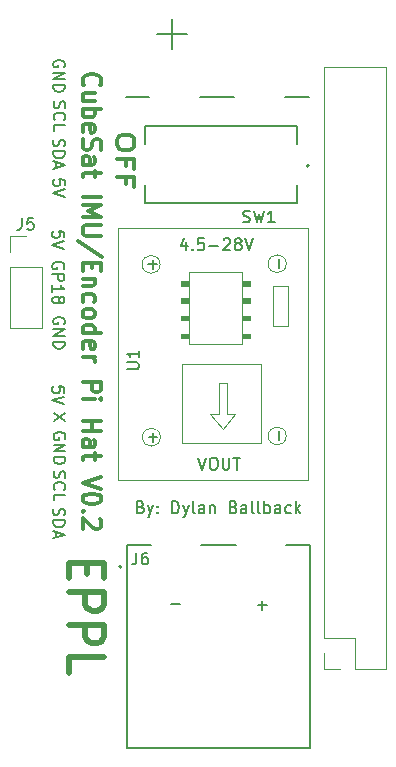
<source format=gbr>
%TF.GenerationSoftware,KiCad,Pcbnew,(6.0.5-0)*%
%TF.CreationDate,2024-03-03T23:29:24-05:00*%
%TF.ProjectId,CubeSat PCB V0.2,43756265-5361-4742-9050-43422056302e,rev?*%
%TF.SameCoordinates,Original*%
%TF.FileFunction,Legend,Top*%
%TF.FilePolarity,Positive*%
%FSLAX46Y46*%
G04 Gerber Fmt 4.6, Leading zero omitted, Abs format (unit mm)*
G04 Created by KiCad (PCBNEW (6.0.5-0)) date 2024-03-03 23:29:24*
%MOMM*%
%LPD*%
G01*
G04 APERTURE LIST*
%ADD10C,0.150000*%
%ADD11C,0.300000*%
%ADD12C,0.500000*%
%ADD13C,0.127000*%
%ADD14C,0.200000*%
%ADD15C,0.120000*%
%ADD16C,0.100000*%
G04 APERTURE END LIST*
D10*
X90245238Y-75585714D02*
X90197619Y-75728571D01*
X90197619Y-75966666D01*
X90245238Y-76061904D01*
X90292857Y-76109523D01*
X90388095Y-76157142D01*
X90483333Y-76157142D01*
X90578571Y-76109523D01*
X90626190Y-76061904D01*
X90673809Y-75966666D01*
X90721428Y-75776190D01*
X90769047Y-75680952D01*
X90816666Y-75633333D01*
X90911904Y-75585714D01*
X91007142Y-75585714D01*
X91102380Y-75633333D01*
X91150000Y-75680952D01*
X91197619Y-75776190D01*
X91197619Y-76014285D01*
X91150000Y-76157142D01*
X90197619Y-76585714D02*
X91197619Y-76585714D01*
X91197619Y-76823809D01*
X91150000Y-76966666D01*
X91054761Y-77061904D01*
X90959523Y-77109523D01*
X90769047Y-77157142D01*
X90626190Y-77157142D01*
X90435714Y-77109523D01*
X90340476Y-77061904D01*
X90245238Y-76966666D01*
X90197619Y-76823809D01*
X90197619Y-76585714D01*
X90483333Y-77538095D02*
X90483333Y-78014285D01*
X90197619Y-77442857D02*
X91197619Y-77776190D01*
X90197619Y-78109523D01*
D11*
X97096428Y-75660714D02*
X97096428Y-76003571D01*
X97025000Y-76175000D01*
X96882142Y-76346428D01*
X96596428Y-76432142D01*
X96096428Y-76432142D01*
X95810714Y-76346428D01*
X95667857Y-76175000D01*
X95596428Y-76003571D01*
X95596428Y-75660714D01*
X95667857Y-75489285D01*
X95810714Y-75317857D01*
X96096428Y-75232142D01*
X96596428Y-75232142D01*
X96882142Y-75317857D01*
X97025000Y-75489285D01*
X97096428Y-75660714D01*
X96382142Y-77803571D02*
X96382142Y-77203571D01*
X95596428Y-77203571D02*
X97096428Y-77203571D01*
X97096428Y-78060714D01*
X96382142Y-79346428D02*
X96382142Y-78746428D01*
X95596428Y-78746428D02*
X97096428Y-78746428D01*
X97096428Y-79603571D01*
D10*
X91197619Y-79459523D02*
X91197619Y-78983333D01*
X90721428Y-78935714D01*
X90769047Y-78983333D01*
X90816666Y-79078571D01*
X90816666Y-79316666D01*
X90769047Y-79411904D01*
X90721428Y-79459523D01*
X90626190Y-79507142D01*
X90388095Y-79507142D01*
X90292857Y-79459523D01*
X90245238Y-79411904D01*
X90197619Y-79316666D01*
X90197619Y-79078571D01*
X90245238Y-78983333D01*
X90292857Y-78935714D01*
X91197619Y-79792857D02*
X90197619Y-80126190D01*
X91197619Y-80459523D01*
X97628571Y-106703571D02*
X97771428Y-106751190D01*
X97819047Y-106798809D01*
X97866666Y-106894047D01*
X97866666Y-107036904D01*
X97819047Y-107132142D01*
X97771428Y-107179761D01*
X97676190Y-107227380D01*
X97295238Y-107227380D01*
X97295238Y-106227380D01*
X97628571Y-106227380D01*
X97723809Y-106275000D01*
X97771428Y-106322619D01*
X97819047Y-106417857D01*
X97819047Y-106513095D01*
X97771428Y-106608333D01*
X97723809Y-106655952D01*
X97628571Y-106703571D01*
X97295238Y-106703571D01*
X98200000Y-106560714D02*
X98438095Y-107227380D01*
X98676190Y-106560714D02*
X98438095Y-107227380D01*
X98342857Y-107465476D01*
X98295238Y-107513095D01*
X98200000Y-107560714D01*
X99057142Y-107132142D02*
X99104761Y-107179761D01*
X99057142Y-107227380D01*
X99009523Y-107179761D01*
X99057142Y-107132142D01*
X99057142Y-107227380D01*
X99057142Y-106608333D02*
X99104761Y-106655952D01*
X99057142Y-106703571D01*
X99009523Y-106655952D01*
X99057142Y-106608333D01*
X99057142Y-106703571D01*
X100295238Y-107227380D02*
X100295238Y-106227380D01*
X100533333Y-106227380D01*
X100676190Y-106275000D01*
X100771428Y-106370238D01*
X100819047Y-106465476D01*
X100866666Y-106655952D01*
X100866666Y-106798809D01*
X100819047Y-106989285D01*
X100771428Y-107084523D01*
X100676190Y-107179761D01*
X100533333Y-107227380D01*
X100295238Y-107227380D01*
X101200000Y-106560714D02*
X101438095Y-107227380D01*
X101676190Y-106560714D02*
X101438095Y-107227380D01*
X101342857Y-107465476D01*
X101295238Y-107513095D01*
X101200000Y-107560714D01*
X102200000Y-107227380D02*
X102104761Y-107179761D01*
X102057142Y-107084523D01*
X102057142Y-106227380D01*
X103009523Y-107227380D02*
X103009523Y-106703571D01*
X102961904Y-106608333D01*
X102866666Y-106560714D01*
X102676190Y-106560714D01*
X102580952Y-106608333D01*
X103009523Y-107179761D02*
X102914285Y-107227380D01*
X102676190Y-107227380D01*
X102580952Y-107179761D01*
X102533333Y-107084523D01*
X102533333Y-106989285D01*
X102580952Y-106894047D01*
X102676190Y-106846428D01*
X102914285Y-106846428D01*
X103009523Y-106798809D01*
X103485714Y-106560714D02*
X103485714Y-107227380D01*
X103485714Y-106655952D02*
X103533333Y-106608333D01*
X103628571Y-106560714D01*
X103771428Y-106560714D01*
X103866666Y-106608333D01*
X103914285Y-106703571D01*
X103914285Y-107227380D01*
X105485714Y-106703571D02*
X105628571Y-106751190D01*
X105676190Y-106798809D01*
X105723809Y-106894047D01*
X105723809Y-107036904D01*
X105676190Y-107132142D01*
X105628571Y-107179761D01*
X105533333Y-107227380D01*
X105152380Y-107227380D01*
X105152380Y-106227380D01*
X105485714Y-106227380D01*
X105580952Y-106275000D01*
X105628571Y-106322619D01*
X105676190Y-106417857D01*
X105676190Y-106513095D01*
X105628571Y-106608333D01*
X105580952Y-106655952D01*
X105485714Y-106703571D01*
X105152380Y-106703571D01*
X106580952Y-107227380D02*
X106580952Y-106703571D01*
X106533333Y-106608333D01*
X106438095Y-106560714D01*
X106247619Y-106560714D01*
X106152380Y-106608333D01*
X106580952Y-107179761D02*
X106485714Y-107227380D01*
X106247619Y-107227380D01*
X106152380Y-107179761D01*
X106104761Y-107084523D01*
X106104761Y-106989285D01*
X106152380Y-106894047D01*
X106247619Y-106846428D01*
X106485714Y-106846428D01*
X106580952Y-106798809D01*
X107200000Y-107227380D02*
X107104761Y-107179761D01*
X107057142Y-107084523D01*
X107057142Y-106227380D01*
X107723809Y-107227380D02*
X107628571Y-107179761D01*
X107580952Y-107084523D01*
X107580952Y-106227380D01*
X108104761Y-107227380D02*
X108104761Y-106227380D01*
X108104761Y-106608333D02*
X108200000Y-106560714D01*
X108390476Y-106560714D01*
X108485714Y-106608333D01*
X108533333Y-106655952D01*
X108580952Y-106751190D01*
X108580952Y-107036904D01*
X108533333Y-107132142D01*
X108485714Y-107179761D01*
X108390476Y-107227380D01*
X108200000Y-107227380D01*
X108104761Y-107179761D01*
X109438095Y-107227380D02*
X109438095Y-106703571D01*
X109390476Y-106608333D01*
X109295238Y-106560714D01*
X109104761Y-106560714D01*
X109009523Y-106608333D01*
X109438095Y-107179761D02*
X109342857Y-107227380D01*
X109104761Y-107227380D01*
X109009523Y-107179761D01*
X108961904Y-107084523D01*
X108961904Y-106989285D01*
X109009523Y-106894047D01*
X109104761Y-106846428D01*
X109342857Y-106846428D01*
X109438095Y-106798809D01*
X110342857Y-107179761D02*
X110247619Y-107227380D01*
X110057142Y-107227380D01*
X109961904Y-107179761D01*
X109914285Y-107132142D01*
X109866666Y-107036904D01*
X109866666Y-106751190D01*
X109914285Y-106655952D01*
X109961904Y-106608333D01*
X110057142Y-106560714D01*
X110247619Y-106560714D01*
X110342857Y-106608333D01*
X110771428Y-107227380D02*
X110771428Y-106227380D01*
X110866666Y-106846428D02*
X111152380Y-107227380D01*
X111152380Y-106560714D02*
X110771428Y-106941666D01*
X91200000Y-100938095D02*
X91247619Y-100842857D01*
X91247619Y-100700000D01*
X91200000Y-100557142D01*
X91104761Y-100461904D01*
X91009523Y-100414285D01*
X90819047Y-100366666D01*
X90676190Y-100366666D01*
X90485714Y-100414285D01*
X90390476Y-100461904D01*
X90295238Y-100557142D01*
X90247619Y-100700000D01*
X90247619Y-100795238D01*
X90295238Y-100938095D01*
X90342857Y-100985714D01*
X90676190Y-100985714D01*
X90676190Y-100795238D01*
X90247619Y-101414285D02*
X91247619Y-101414285D01*
X90247619Y-101985714D01*
X91247619Y-101985714D01*
X90247619Y-102461904D02*
X91247619Y-102461904D01*
X91247619Y-102700000D01*
X91200000Y-102842857D01*
X91104761Y-102938095D01*
X91009523Y-102985714D01*
X90819047Y-103033333D01*
X90676190Y-103033333D01*
X90485714Y-102985714D01*
X90390476Y-102938095D01*
X90295238Y-102842857D01*
X90247619Y-102700000D01*
X90247619Y-102461904D01*
X91247619Y-98716666D02*
X90247619Y-99383333D01*
X91247619Y-99383333D02*
X90247619Y-98716666D01*
X91150000Y-91188095D02*
X91197619Y-91092857D01*
X91197619Y-90950000D01*
X91150000Y-90807142D01*
X91054761Y-90711904D01*
X90959523Y-90664285D01*
X90769047Y-90616666D01*
X90626190Y-90616666D01*
X90435714Y-90664285D01*
X90340476Y-90711904D01*
X90245238Y-90807142D01*
X90197619Y-90950000D01*
X90197619Y-91045238D01*
X90245238Y-91188095D01*
X90292857Y-91235714D01*
X90626190Y-91235714D01*
X90626190Y-91045238D01*
X90197619Y-91664285D02*
X91197619Y-91664285D01*
X90197619Y-92235714D01*
X91197619Y-92235714D01*
X90197619Y-92711904D02*
X91197619Y-92711904D01*
X91197619Y-92950000D01*
X91150000Y-93092857D01*
X91054761Y-93188095D01*
X90959523Y-93235714D01*
X90769047Y-93283333D01*
X90626190Y-93283333D01*
X90435714Y-93235714D01*
X90340476Y-93188095D01*
X90245238Y-93092857D01*
X90197619Y-92950000D01*
X90197619Y-92711904D01*
X91150000Y-69438095D02*
X91197619Y-69342857D01*
X91197619Y-69200000D01*
X91150000Y-69057142D01*
X91054761Y-68961904D01*
X90959523Y-68914285D01*
X90769047Y-68866666D01*
X90626190Y-68866666D01*
X90435714Y-68914285D01*
X90340476Y-68961904D01*
X90245238Y-69057142D01*
X90197619Y-69200000D01*
X90197619Y-69295238D01*
X90245238Y-69438095D01*
X90292857Y-69485714D01*
X90626190Y-69485714D01*
X90626190Y-69295238D01*
X90197619Y-69914285D02*
X91197619Y-69914285D01*
X90197619Y-70485714D01*
X91197619Y-70485714D01*
X90197619Y-70961904D02*
X91197619Y-70961904D01*
X91197619Y-71200000D01*
X91150000Y-71342857D01*
X91054761Y-71438095D01*
X90959523Y-71485714D01*
X90769047Y-71533333D01*
X90626190Y-71533333D01*
X90435714Y-71485714D01*
X90340476Y-71438095D01*
X90245238Y-71342857D01*
X90197619Y-71200000D01*
X90197619Y-70961904D01*
D11*
X92853571Y-71003571D02*
X92777380Y-70932142D01*
X92701190Y-70717857D01*
X92701190Y-70575000D01*
X92777380Y-70360714D01*
X92929761Y-70217857D01*
X93082142Y-70146428D01*
X93386904Y-70075000D01*
X93615476Y-70075000D01*
X93920238Y-70146428D01*
X94072619Y-70217857D01*
X94225000Y-70360714D01*
X94301190Y-70575000D01*
X94301190Y-70717857D01*
X94225000Y-70932142D01*
X94148809Y-71003571D01*
X93767857Y-72289285D02*
X92701190Y-72289285D01*
X93767857Y-71646428D02*
X92929761Y-71646428D01*
X92777380Y-71717857D01*
X92701190Y-71860714D01*
X92701190Y-72075000D01*
X92777380Y-72217857D01*
X92853571Y-72289285D01*
X92701190Y-73003571D02*
X94301190Y-73003571D01*
X93691666Y-73003571D02*
X93767857Y-73146428D01*
X93767857Y-73432142D01*
X93691666Y-73575000D01*
X93615476Y-73646428D01*
X93463095Y-73717857D01*
X93005952Y-73717857D01*
X92853571Y-73646428D01*
X92777380Y-73575000D01*
X92701190Y-73432142D01*
X92701190Y-73146428D01*
X92777380Y-73003571D01*
X92777380Y-74932142D02*
X92701190Y-74789285D01*
X92701190Y-74503571D01*
X92777380Y-74360714D01*
X92929761Y-74289285D01*
X93539285Y-74289285D01*
X93691666Y-74360714D01*
X93767857Y-74503571D01*
X93767857Y-74789285D01*
X93691666Y-74932142D01*
X93539285Y-75003571D01*
X93386904Y-75003571D01*
X93234523Y-74289285D01*
X92777380Y-75575000D02*
X92701190Y-75789285D01*
X92701190Y-76146428D01*
X92777380Y-76289285D01*
X92853571Y-76360714D01*
X93005952Y-76432142D01*
X93158333Y-76432142D01*
X93310714Y-76360714D01*
X93386904Y-76289285D01*
X93463095Y-76146428D01*
X93539285Y-75860714D01*
X93615476Y-75717857D01*
X93691666Y-75646428D01*
X93844047Y-75575000D01*
X93996428Y-75575000D01*
X94148809Y-75646428D01*
X94225000Y-75717857D01*
X94301190Y-75860714D01*
X94301190Y-76217857D01*
X94225000Y-76432142D01*
X92701190Y-77717857D02*
X93539285Y-77717857D01*
X93691666Y-77646428D01*
X93767857Y-77503571D01*
X93767857Y-77217857D01*
X93691666Y-77075000D01*
X92777380Y-77717857D02*
X92701190Y-77575000D01*
X92701190Y-77217857D01*
X92777380Y-77075000D01*
X92929761Y-77003571D01*
X93082142Y-77003571D01*
X93234523Y-77075000D01*
X93310714Y-77217857D01*
X93310714Y-77575000D01*
X93386904Y-77717857D01*
X93767857Y-78217857D02*
X93767857Y-78789285D01*
X94301190Y-78432142D02*
X92929761Y-78432142D01*
X92777380Y-78503571D01*
X92701190Y-78646428D01*
X92701190Y-78789285D01*
X92701190Y-80432142D02*
X94301190Y-80432142D01*
X92701190Y-81146428D02*
X94301190Y-81146428D01*
X93158333Y-81646428D01*
X94301190Y-82146428D01*
X92701190Y-82146428D01*
X94301190Y-82860714D02*
X93005952Y-82860714D01*
X92853571Y-82932142D01*
X92777380Y-83003571D01*
X92701190Y-83146428D01*
X92701190Y-83432142D01*
X92777380Y-83575000D01*
X92853571Y-83646428D01*
X93005952Y-83717857D01*
X94301190Y-83717857D01*
X94377380Y-85503571D02*
X92320238Y-84217857D01*
X93539285Y-86003571D02*
X93539285Y-86503571D01*
X92701190Y-86717857D02*
X92701190Y-86003571D01*
X94301190Y-86003571D01*
X94301190Y-86717857D01*
X93767857Y-87360714D02*
X92701190Y-87360714D01*
X93615476Y-87360714D02*
X93691666Y-87432142D01*
X93767857Y-87575000D01*
X93767857Y-87789285D01*
X93691666Y-87932142D01*
X93539285Y-88003571D01*
X92701190Y-88003571D01*
X92777380Y-89360714D02*
X92701190Y-89217857D01*
X92701190Y-88932142D01*
X92777380Y-88789285D01*
X92853571Y-88717857D01*
X93005952Y-88646428D01*
X93463095Y-88646428D01*
X93615476Y-88717857D01*
X93691666Y-88789285D01*
X93767857Y-88932142D01*
X93767857Y-89217857D01*
X93691666Y-89360714D01*
X92701190Y-90217857D02*
X92777380Y-90075000D01*
X92853571Y-90003571D01*
X93005952Y-89932142D01*
X93463095Y-89932142D01*
X93615476Y-90003571D01*
X93691666Y-90075000D01*
X93767857Y-90217857D01*
X93767857Y-90432142D01*
X93691666Y-90575000D01*
X93615476Y-90646428D01*
X93463095Y-90717857D01*
X93005952Y-90717857D01*
X92853571Y-90646428D01*
X92777380Y-90575000D01*
X92701190Y-90432142D01*
X92701190Y-90217857D01*
X92701190Y-92003571D02*
X94301190Y-92003571D01*
X92777380Y-92003571D02*
X92701190Y-91860714D01*
X92701190Y-91575000D01*
X92777380Y-91432142D01*
X92853571Y-91360714D01*
X93005952Y-91289285D01*
X93463095Y-91289285D01*
X93615476Y-91360714D01*
X93691666Y-91432142D01*
X93767857Y-91575000D01*
X93767857Y-91860714D01*
X93691666Y-92003571D01*
X92777380Y-93289285D02*
X92701190Y-93146428D01*
X92701190Y-92860714D01*
X92777380Y-92717857D01*
X92929761Y-92646428D01*
X93539285Y-92646428D01*
X93691666Y-92717857D01*
X93767857Y-92860714D01*
X93767857Y-93146428D01*
X93691666Y-93289285D01*
X93539285Y-93360714D01*
X93386904Y-93360714D01*
X93234523Y-92646428D01*
X92701190Y-94003571D02*
X93767857Y-94003571D01*
X93463095Y-94003571D02*
X93615476Y-94075000D01*
X93691666Y-94146428D01*
X93767857Y-94289285D01*
X93767857Y-94432142D01*
X92701190Y-96075000D02*
X94301190Y-96075000D01*
X94301190Y-96646428D01*
X94225000Y-96789285D01*
X94148809Y-96860714D01*
X93996428Y-96932142D01*
X93767857Y-96932142D01*
X93615476Y-96860714D01*
X93539285Y-96789285D01*
X93463095Y-96646428D01*
X93463095Y-96075000D01*
X92701190Y-97575000D02*
X93767857Y-97575000D01*
X94301190Y-97575000D02*
X94225000Y-97503571D01*
X94148809Y-97575000D01*
X94225000Y-97646428D01*
X94301190Y-97575000D01*
X94148809Y-97575000D01*
X92701190Y-99432142D02*
X94301190Y-99432142D01*
X93539285Y-99432142D02*
X93539285Y-100289285D01*
X92701190Y-100289285D02*
X94301190Y-100289285D01*
X92701190Y-101646428D02*
X93539285Y-101646428D01*
X93691666Y-101575000D01*
X93767857Y-101432142D01*
X93767857Y-101146428D01*
X93691666Y-101003571D01*
X92777380Y-101646428D02*
X92701190Y-101503571D01*
X92701190Y-101146428D01*
X92777380Y-101003571D01*
X92929761Y-100932142D01*
X93082142Y-100932142D01*
X93234523Y-101003571D01*
X93310714Y-101146428D01*
X93310714Y-101503571D01*
X93386904Y-101646428D01*
X93767857Y-102146428D02*
X93767857Y-102717857D01*
X94301190Y-102360714D02*
X92929761Y-102360714D01*
X92777380Y-102432142D01*
X92701190Y-102575000D01*
X92701190Y-102717857D01*
X94301190Y-104146428D02*
X92701190Y-104646428D01*
X94301190Y-105146428D01*
X94301190Y-105932142D02*
X94301190Y-106075000D01*
X94225000Y-106217857D01*
X94148809Y-106289285D01*
X93996428Y-106360714D01*
X93691666Y-106432142D01*
X93310714Y-106432142D01*
X93005952Y-106360714D01*
X92853571Y-106289285D01*
X92777380Y-106217857D01*
X92701190Y-106075000D01*
X92701190Y-105932142D01*
X92777380Y-105789285D01*
X92853571Y-105717857D01*
X93005952Y-105646428D01*
X93310714Y-105575000D01*
X93691666Y-105575000D01*
X93996428Y-105646428D01*
X94148809Y-105717857D01*
X94225000Y-105789285D01*
X94301190Y-105932142D01*
X92853571Y-107075000D02*
X92777380Y-107146428D01*
X92701190Y-107075000D01*
X92777380Y-107003571D01*
X92853571Y-107075000D01*
X92701190Y-107075000D01*
X94148809Y-107717857D02*
X94225000Y-107789285D01*
X94301190Y-107932142D01*
X94301190Y-108289285D01*
X94225000Y-108432142D01*
X94148809Y-108503571D01*
X93996428Y-108575000D01*
X93844047Y-108575000D01*
X93615476Y-108503571D01*
X92701190Y-107646428D01*
X92701190Y-108575000D01*
D10*
X91100000Y-86509523D02*
X91147619Y-86414285D01*
X91147619Y-86271428D01*
X91100000Y-86128571D01*
X91004761Y-86033333D01*
X90909523Y-85985714D01*
X90719047Y-85938095D01*
X90576190Y-85938095D01*
X90385714Y-85985714D01*
X90290476Y-86033333D01*
X90195238Y-86128571D01*
X90147619Y-86271428D01*
X90147619Y-86366666D01*
X90195238Y-86509523D01*
X90242857Y-86557142D01*
X90576190Y-86557142D01*
X90576190Y-86366666D01*
X90147619Y-86985714D02*
X91147619Y-86985714D01*
X91147619Y-87366666D01*
X91100000Y-87461904D01*
X91052380Y-87509523D01*
X90957142Y-87557142D01*
X90814285Y-87557142D01*
X90719047Y-87509523D01*
X90671428Y-87461904D01*
X90623809Y-87366666D01*
X90623809Y-86985714D01*
X90147619Y-88509523D02*
X90147619Y-87938095D01*
X90147619Y-88223809D02*
X91147619Y-88223809D01*
X91004761Y-88128571D01*
X90909523Y-88033333D01*
X90861904Y-87938095D01*
X90719047Y-89080952D02*
X90766666Y-88985714D01*
X90814285Y-88938095D01*
X90909523Y-88890476D01*
X90957142Y-88890476D01*
X91052380Y-88938095D01*
X91100000Y-88985714D01*
X91147619Y-89080952D01*
X91147619Y-89271428D01*
X91100000Y-89366666D01*
X91052380Y-89414285D01*
X90957142Y-89461904D01*
X90909523Y-89461904D01*
X90814285Y-89414285D01*
X90766666Y-89366666D01*
X90719047Y-89271428D01*
X90719047Y-89080952D01*
X90671428Y-88985714D01*
X90623809Y-88938095D01*
X90528571Y-88890476D01*
X90338095Y-88890476D01*
X90242857Y-88938095D01*
X90195238Y-88985714D01*
X90147619Y-89080952D01*
X90147619Y-89271428D01*
X90195238Y-89366666D01*
X90242857Y-89414285D01*
X90338095Y-89461904D01*
X90528571Y-89461904D01*
X90623809Y-89414285D01*
X90671428Y-89366666D01*
X90719047Y-89271428D01*
X90295238Y-103659523D02*
X90247619Y-103802380D01*
X90247619Y-104040476D01*
X90295238Y-104135714D01*
X90342857Y-104183333D01*
X90438095Y-104230952D01*
X90533333Y-104230952D01*
X90628571Y-104183333D01*
X90676190Y-104135714D01*
X90723809Y-104040476D01*
X90771428Y-103850000D01*
X90819047Y-103754761D01*
X90866666Y-103707142D01*
X90961904Y-103659523D01*
X91057142Y-103659523D01*
X91152380Y-103707142D01*
X91200000Y-103754761D01*
X91247619Y-103850000D01*
X91247619Y-104088095D01*
X91200000Y-104230952D01*
X90342857Y-105230952D02*
X90295238Y-105183333D01*
X90247619Y-105040476D01*
X90247619Y-104945238D01*
X90295238Y-104802380D01*
X90390476Y-104707142D01*
X90485714Y-104659523D01*
X90676190Y-104611904D01*
X90819047Y-104611904D01*
X91009523Y-104659523D01*
X91104761Y-104707142D01*
X91200000Y-104802380D01*
X91247619Y-104945238D01*
X91247619Y-105040476D01*
X91200000Y-105183333D01*
X91152380Y-105230952D01*
X90247619Y-106135714D02*
X90247619Y-105659523D01*
X91247619Y-105659523D01*
X90245238Y-106835714D02*
X90197619Y-106978571D01*
X90197619Y-107216666D01*
X90245238Y-107311904D01*
X90292857Y-107359523D01*
X90388095Y-107407142D01*
X90483333Y-107407142D01*
X90578571Y-107359523D01*
X90626190Y-107311904D01*
X90673809Y-107216666D01*
X90721428Y-107026190D01*
X90769047Y-106930952D01*
X90816666Y-106883333D01*
X90911904Y-106835714D01*
X91007142Y-106835714D01*
X91102380Y-106883333D01*
X91150000Y-106930952D01*
X91197619Y-107026190D01*
X91197619Y-107264285D01*
X91150000Y-107407142D01*
X90197619Y-107835714D02*
X91197619Y-107835714D01*
X91197619Y-108073809D01*
X91150000Y-108216666D01*
X91054761Y-108311904D01*
X90959523Y-108359523D01*
X90769047Y-108407142D01*
X90626190Y-108407142D01*
X90435714Y-108359523D01*
X90340476Y-108311904D01*
X90245238Y-108216666D01*
X90197619Y-108073809D01*
X90197619Y-107835714D01*
X90483333Y-108788095D02*
X90483333Y-109264285D01*
X90197619Y-108692857D02*
X91197619Y-109026190D01*
X90197619Y-109359523D01*
X91147619Y-83859523D02*
X91147619Y-83383333D01*
X90671428Y-83335714D01*
X90719047Y-83383333D01*
X90766666Y-83478571D01*
X90766666Y-83716666D01*
X90719047Y-83811904D01*
X90671428Y-83859523D01*
X90576190Y-83907142D01*
X90338095Y-83907142D01*
X90242857Y-83859523D01*
X90195238Y-83811904D01*
X90147619Y-83716666D01*
X90147619Y-83478571D01*
X90195238Y-83383333D01*
X90242857Y-83335714D01*
X91147619Y-84192857D02*
X90147619Y-84526190D01*
X91147619Y-84859523D01*
X91147619Y-97009523D02*
X91147619Y-96533333D01*
X90671428Y-96485714D01*
X90719047Y-96533333D01*
X90766666Y-96628571D01*
X90766666Y-96866666D01*
X90719047Y-96961904D01*
X90671428Y-97009523D01*
X90576190Y-97057142D01*
X90338095Y-97057142D01*
X90242857Y-97009523D01*
X90195238Y-96961904D01*
X90147619Y-96866666D01*
X90147619Y-96628571D01*
X90195238Y-96533333D01*
X90242857Y-96485714D01*
X91147619Y-97342857D02*
X90147619Y-97676190D01*
X91147619Y-98009523D01*
X90295238Y-72359523D02*
X90247619Y-72502380D01*
X90247619Y-72740476D01*
X90295238Y-72835714D01*
X90342857Y-72883333D01*
X90438095Y-72930952D01*
X90533333Y-72930952D01*
X90628571Y-72883333D01*
X90676190Y-72835714D01*
X90723809Y-72740476D01*
X90771428Y-72550000D01*
X90819047Y-72454761D01*
X90866666Y-72407142D01*
X90961904Y-72359523D01*
X91057142Y-72359523D01*
X91152380Y-72407142D01*
X91200000Y-72454761D01*
X91247619Y-72550000D01*
X91247619Y-72788095D01*
X91200000Y-72930952D01*
X90342857Y-73930952D02*
X90295238Y-73883333D01*
X90247619Y-73740476D01*
X90247619Y-73645238D01*
X90295238Y-73502380D01*
X90390476Y-73407142D01*
X90485714Y-73359523D01*
X90676190Y-73311904D01*
X90819047Y-73311904D01*
X91009523Y-73359523D01*
X91104761Y-73407142D01*
X91200000Y-73502380D01*
X91247619Y-73645238D01*
X91247619Y-73740476D01*
X91200000Y-73883333D01*
X91152380Y-73930952D01*
X90247619Y-74835714D02*
X90247619Y-74359523D01*
X91247619Y-74359523D01*
D12*
X93089285Y-111422619D02*
X93089285Y-112339285D01*
X91517857Y-112732142D02*
X91517857Y-111422619D01*
X94517857Y-111422619D01*
X94517857Y-112732142D01*
X91517857Y-113910714D02*
X94517857Y-113910714D01*
X94517857Y-114958333D01*
X94375000Y-115220238D01*
X94232142Y-115351190D01*
X93946428Y-115482142D01*
X93517857Y-115482142D01*
X93232142Y-115351190D01*
X93089285Y-115220238D01*
X92946428Y-114958333D01*
X92946428Y-113910714D01*
X91517857Y-116660714D02*
X94517857Y-116660714D01*
X94517857Y-117708333D01*
X94375000Y-117970238D01*
X94232142Y-118101190D01*
X93946428Y-118232142D01*
X93517857Y-118232142D01*
X93232142Y-118101190D01*
X93089285Y-117970238D01*
X92946428Y-117708333D01*
X92946428Y-116660714D01*
X91517857Y-120720238D02*
X91517857Y-119410714D01*
X94517857Y-119410714D01*
D10*
%TO.C,SW1*%
X106291666Y-82549761D02*
X106434523Y-82597380D01*
X106672619Y-82597380D01*
X106767857Y-82549761D01*
X106815476Y-82502142D01*
X106863095Y-82406904D01*
X106863095Y-82311666D01*
X106815476Y-82216428D01*
X106767857Y-82168809D01*
X106672619Y-82121190D01*
X106482142Y-82073571D01*
X106386904Y-82025952D01*
X106339285Y-81978333D01*
X106291666Y-81883095D01*
X106291666Y-81787857D01*
X106339285Y-81692619D01*
X106386904Y-81645000D01*
X106482142Y-81597380D01*
X106720238Y-81597380D01*
X106863095Y-81645000D01*
X107196428Y-81597380D02*
X107434523Y-82597380D01*
X107625000Y-81883095D01*
X107815476Y-82597380D01*
X108053571Y-81597380D01*
X108958333Y-82597380D02*
X108386904Y-82597380D01*
X108672619Y-82597380D02*
X108672619Y-81597380D01*
X108577380Y-81740238D01*
X108482142Y-81835476D01*
X108386904Y-81883095D01*
%TO.C,U1*%
X96458680Y-95019904D02*
X97268204Y-95019904D01*
X97363442Y-94972285D01*
X97411061Y-94924666D01*
X97458680Y-94829428D01*
X97458680Y-94638952D01*
X97411061Y-94543714D01*
X97363442Y-94496095D01*
X97268204Y-94448476D01*
X96458680Y-94448476D01*
X97458680Y-93448476D02*
X97458680Y-94019904D01*
X97458680Y-93734190D02*
X96458680Y-93734190D01*
X96601538Y-93829428D01*
X96696776Y-93924666D01*
X96744395Y-94019904D01*
X102508795Y-102524180D02*
X102842128Y-103524180D01*
X103175461Y-102524180D01*
X103699271Y-102524180D02*
X103889747Y-102524180D01*
X103984985Y-102571800D01*
X104080223Y-102667038D01*
X104127842Y-102857514D01*
X104127842Y-103190847D01*
X104080223Y-103381323D01*
X103984985Y-103476561D01*
X103889747Y-103524180D01*
X103699271Y-103524180D01*
X103604033Y-103476561D01*
X103508795Y-103381323D01*
X103461176Y-103190847D01*
X103461176Y-102857514D01*
X103508795Y-102667038D01*
X103604033Y-102571800D01*
X103699271Y-102524180D01*
X104556414Y-102524180D02*
X104556414Y-103333704D01*
X104604033Y-103428942D01*
X104651652Y-103476561D01*
X104746890Y-103524180D01*
X104937366Y-103524180D01*
X105032604Y-103476561D01*
X105080223Y-103428942D01*
X105127842Y-103333704D01*
X105127842Y-102524180D01*
X105461176Y-102524180D02*
X106032604Y-102524180D01*
X105746890Y-103524180D02*
X105746890Y-102524180D01*
X109320528Y-86485552D02*
X109320528Y-85723647D01*
X109320528Y-101065152D02*
X109320528Y-100303247D01*
X101492890Y-84290114D02*
X101492890Y-84956780D01*
X101254795Y-83909161D02*
X101016700Y-84623447D01*
X101635747Y-84623447D01*
X102016700Y-84861542D02*
X102064319Y-84909161D01*
X102016700Y-84956780D01*
X101969080Y-84909161D01*
X102016700Y-84861542D01*
X102016700Y-84956780D01*
X102969080Y-83956780D02*
X102492890Y-83956780D01*
X102445271Y-84432971D01*
X102492890Y-84385352D01*
X102588128Y-84337733D01*
X102826223Y-84337733D01*
X102921461Y-84385352D01*
X102969080Y-84432971D01*
X103016700Y-84528209D01*
X103016700Y-84766304D01*
X102969080Y-84861542D01*
X102921461Y-84909161D01*
X102826223Y-84956780D01*
X102588128Y-84956780D01*
X102492890Y-84909161D01*
X102445271Y-84861542D01*
X103445271Y-84575828D02*
X104207176Y-84575828D01*
X104635747Y-84052019D02*
X104683366Y-84004400D01*
X104778604Y-83956780D01*
X105016700Y-83956780D01*
X105111938Y-84004400D01*
X105159557Y-84052019D01*
X105207176Y-84147257D01*
X105207176Y-84242495D01*
X105159557Y-84385352D01*
X104588128Y-84956780D01*
X105207176Y-84956780D01*
X105778604Y-84385352D02*
X105683366Y-84337733D01*
X105635747Y-84290114D01*
X105588128Y-84194876D01*
X105588128Y-84147257D01*
X105635747Y-84052019D01*
X105683366Y-84004400D01*
X105778604Y-83956780D01*
X105969080Y-83956780D01*
X106064319Y-84004400D01*
X106111938Y-84052019D01*
X106159557Y-84147257D01*
X106159557Y-84194876D01*
X106111938Y-84290114D01*
X106064319Y-84337733D01*
X105969080Y-84385352D01*
X105778604Y-84385352D01*
X105683366Y-84432971D01*
X105635747Y-84480590D01*
X105588128Y-84575828D01*
X105588128Y-84766304D01*
X105635747Y-84861542D01*
X105683366Y-84909161D01*
X105778604Y-84956780D01*
X105969080Y-84956780D01*
X106064319Y-84909161D01*
X106111938Y-84861542D01*
X106159557Y-84766304D01*
X106159557Y-84575828D01*
X106111938Y-84480590D01*
X106064319Y-84432971D01*
X105969080Y-84385352D01*
X106445271Y-83956780D02*
X106778604Y-84956780D01*
X107111938Y-83956780D01*
X98639828Y-86536352D02*
X98639828Y-85774447D01*
X99020780Y-86155400D02*
X98258876Y-86155400D01*
X98665228Y-101166752D02*
X98665228Y-100404847D01*
X99046180Y-100785800D02*
X98284276Y-100785800D01*
%TO.C,J6*%
X97266666Y-110552380D02*
X97266666Y-111266666D01*
X97219047Y-111409523D01*
X97123809Y-111504761D01*
X96980952Y-111552380D01*
X96885714Y-111552380D01*
X98171428Y-110552380D02*
X97980952Y-110552380D01*
X97885714Y-110600000D01*
X97838095Y-110647619D01*
X97742857Y-110790476D01*
X97695238Y-110980952D01*
X97695238Y-111361904D01*
X97742857Y-111457142D01*
X97790476Y-111504761D01*
X97885714Y-111552380D01*
X98076190Y-111552380D01*
X98171428Y-111504761D01*
X98219047Y-111457142D01*
X98266666Y-111361904D01*
X98266666Y-111123809D01*
X98219047Y-111028571D01*
X98171428Y-110980952D01*
X98076190Y-110933333D01*
X97885714Y-110933333D01*
X97790476Y-110980952D01*
X97742857Y-111028571D01*
X97695238Y-111123809D01*
X107519047Y-115021428D02*
X108280952Y-115021428D01*
X107900000Y-115402380D02*
X107900000Y-114640476D01*
X100219047Y-114921428D02*
X100980952Y-114921428D01*
%TO.C,J5*%
X87566666Y-82222380D02*
X87566666Y-82936666D01*
X87519047Y-83079523D01*
X87423809Y-83174761D01*
X87280952Y-83222380D01*
X87185714Y-83222380D01*
X88519047Y-82222380D02*
X88042857Y-82222380D01*
X87995238Y-82698571D01*
X88042857Y-82650952D01*
X88138095Y-82603333D01*
X88376190Y-82603333D01*
X88471428Y-82650952D01*
X88519047Y-82698571D01*
X88566666Y-82793809D01*
X88566666Y-83031904D01*
X88519047Y-83127142D01*
X88471428Y-83174761D01*
X88376190Y-83222380D01*
X88138095Y-83222380D01*
X88042857Y-83174761D01*
X87995238Y-83127142D01*
D13*
%TO.C,SW1*%
X110875000Y-74400000D02*
X110875000Y-75950000D01*
X110875000Y-81000000D02*
X98025000Y-81000000D01*
X98025000Y-75950000D02*
X98025000Y-74400000D01*
X98025000Y-74400000D02*
X110875000Y-74400000D01*
X110875000Y-79450000D02*
X110875000Y-81000000D01*
X98025000Y-81000000D02*
X98025000Y-79450000D01*
D14*
X111850000Y-77800000D02*
G75*
G03*
X111850000Y-77800000I-100000J0D01*
G01*
D13*
%TO.C,J4*%
X96350000Y-72000000D02*
X98322000Y-72000000D01*
X102678000Y-72000000D02*
X105522000Y-72000000D01*
X101560000Y-66650000D02*
X100290000Y-66650000D01*
X111850000Y-72000000D02*
X109878000Y-72000000D01*
X99020000Y-66650000D02*
X100290000Y-66650000D01*
X100290000Y-66650000D02*
X100290000Y-65380000D01*
X100290000Y-66650000D02*
X100290000Y-67920000D01*
D15*
%TO.C,U1*%
X104600900Y-100087300D02*
X103521400Y-98817300D01*
X107775900Y-94613600D02*
X101121100Y-94613600D01*
X110087300Y-87958800D02*
X110087300Y-91387800D01*
X111814500Y-104418000D02*
X111814500Y-83082000D01*
X101730700Y-86841200D02*
X106201100Y-86841200D01*
X107775900Y-94613600D02*
X107775900Y-101268400D01*
X104918400Y-96188400D02*
X104918400Y-98817300D01*
X105616900Y-98817300D02*
X104600900Y-100087300D01*
X104283400Y-96188400D02*
X104918400Y-96188400D01*
X95685500Y-83082000D02*
X95685500Y-104418000D01*
X104918400Y-98817300D02*
X105616900Y-98817300D01*
X104283400Y-96188400D02*
X104283400Y-98817300D01*
X107775900Y-101268400D02*
X101121100Y-101268400D01*
X111814500Y-83082000D02*
X95685500Y-83082000D01*
X101121100Y-101268400D02*
X101121100Y-94613600D01*
X108817300Y-87958800D02*
X110087300Y-87958800D01*
X103521400Y-98817300D02*
X104283400Y-98817300D01*
X108817300Y-91387800D02*
X108817300Y-87958800D01*
X101730700Y-92937200D02*
X106201100Y-92937200D01*
X101730700Y-92937200D02*
X101730700Y-86841200D01*
X110087300Y-91387800D02*
X108817300Y-91387800D01*
X95685500Y-104418000D02*
X111814500Y-104418000D01*
X106201100Y-86841200D02*
X106201100Y-92937200D01*
X109950241Y-86104600D02*
G75*
G03*
X109950241Y-86104600I-764641J0D01*
G01*
X99294941Y-100785800D02*
G75*
G03*
X99294941Y-100785800I-764641J0D01*
G01*
X99269541Y-86155400D02*
G75*
G03*
X99269541Y-86155400I-764641J0D01*
G01*
X109950241Y-100684200D02*
G75*
G03*
X109950241Y-100684200I-764641J0D01*
G01*
G36*
X101679900Y-87958800D02*
G01*
X101070300Y-87958800D01*
X101070300Y-87552400D01*
X101679900Y-87552400D01*
X101679900Y-87958800D01*
G37*
D16*
X101679900Y-87958800D02*
X101070300Y-87958800D01*
X101070300Y-87552400D01*
X101679900Y-87552400D01*
X101679900Y-87958800D01*
G36*
X101679900Y-92429200D02*
G01*
X101070300Y-92429200D01*
X101070300Y-92022800D01*
X101679900Y-92022800D01*
X101679900Y-92429200D01*
G37*
X101679900Y-92429200D02*
X101070300Y-92429200D01*
X101070300Y-92022800D01*
X101679900Y-92022800D01*
X101679900Y-92429200D01*
G36*
X101679900Y-89432000D02*
G01*
X101070300Y-89432000D01*
X101070300Y-89025600D01*
X101679900Y-89025600D01*
X101679900Y-89432000D01*
G37*
X101679900Y-89432000D02*
X101070300Y-89432000D01*
X101070300Y-89025600D01*
X101679900Y-89025600D01*
X101679900Y-89432000D01*
G36*
X101679900Y-90905200D02*
G01*
X101070300Y-90905200D01*
X101070300Y-90498800D01*
X101679900Y-90498800D01*
X101679900Y-90905200D01*
G37*
X101679900Y-90905200D02*
X101070300Y-90905200D01*
X101070300Y-90498800D01*
X101679900Y-90498800D01*
X101679900Y-90905200D01*
G36*
X106861500Y-90905200D02*
G01*
X106251900Y-90905200D01*
X106251900Y-90498800D01*
X106861500Y-90498800D01*
X106861500Y-90905200D01*
G37*
X106861500Y-90905200D02*
X106251900Y-90905200D01*
X106251900Y-90498800D01*
X106861500Y-90498800D01*
X106861500Y-90905200D01*
G36*
X106861500Y-87958800D02*
G01*
X106251900Y-87958800D01*
X106251900Y-87552400D01*
X106861500Y-87552400D01*
X106861500Y-87958800D01*
G37*
X106861500Y-87958800D02*
X106251900Y-87958800D01*
X106251900Y-87552400D01*
X106861500Y-87552400D01*
X106861500Y-87958800D01*
G36*
X106861500Y-92429200D02*
G01*
X106251900Y-92429200D01*
X106251900Y-92022800D01*
X106861500Y-92022800D01*
X106861500Y-92429200D01*
G37*
X106861500Y-92429200D02*
X106251900Y-92429200D01*
X106251900Y-92022800D01*
X106861500Y-92022800D01*
X106861500Y-92429200D01*
G36*
X106861500Y-89432000D02*
G01*
X106251900Y-89432000D01*
X106251900Y-89025600D01*
X106861500Y-89025600D01*
X106861500Y-89432000D01*
G37*
X106861500Y-89432000D02*
X106251900Y-89432000D01*
X106251900Y-89025600D01*
X106861500Y-89025600D01*
X106861500Y-89432000D01*
D13*
%TO.C,J6*%
X111950000Y-127100000D02*
X96450000Y-127100000D01*
X96450000Y-127100000D02*
X96450000Y-109900000D01*
X109910000Y-109900000D02*
X111950000Y-109900000D01*
X111950000Y-109900000D02*
X111950000Y-127100000D01*
X102710000Y-109900000D02*
X105690000Y-109900000D01*
X96450000Y-109900000D02*
X98490000Y-109900000D01*
D14*
X96000000Y-111750000D02*
G75*
G03*
X96000000Y-111750000I-100000J0D01*
G01*
D15*
%TO.C,J5*%
X86570000Y-86370000D02*
X89230000Y-86370000D01*
X86570000Y-83770000D02*
X87900000Y-83770000D01*
X86570000Y-91510000D02*
X89230000Y-91510000D01*
X86570000Y-86370000D02*
X86570000Y-91510000D01*
X89230000Y-86370000D02*
X89230000Y-91510000D01*
X86570000Y-85100000D02*
X86570000Y-83770000D01*
%TO.C,J1*%
X115775000Y-117785000D02*
X113175000Y-117785000D01*
X115775000Y-120385000D02*
X115775000Y-117785000D01*
X113175000Y-117785000D02*
X113175000Y-69465000D01*
X118375000Y-120385000D02*
X118375000Y-69465000D01*
X114505000Y-120385000D02*
X113175000Y-120385000D01*
X118375000Y-120385000D02*
X115775000Y-120385000D01*
X118375000Y-69465000D02*
X113175000Y-69465000D01*
X113175000Y-120385000D02*
X113175000Y-119055000D01*
%TD*%
M02*

</source>
